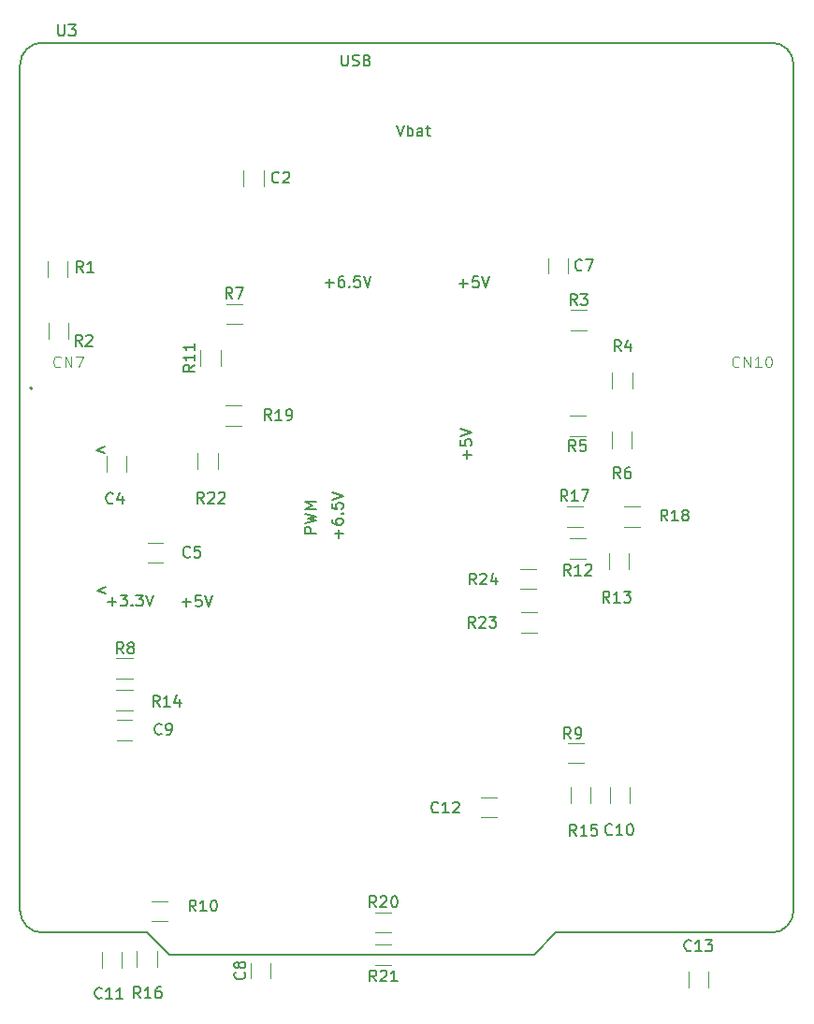
<source format=gbr>
%TF.GenerationSoftware,KiCad,Pcbnew,8.0.7-8.0.7-0~ubuntu22.04.1*%
%TF.CreationDate,2025-12-10T15:44:16+01:00*%
%TF.ProjectId,Electrobot-G474,456c6563-7472-46f6-926f-742d47343734,rev?*%
%TF.SameCoordinates,Original*%
%TF.FileFunction,Legend,Top*%
%TF.FilePolarity,Positive*%
%FSLAX46Y46*%
G04 Gerber Fmt 4.6, Leading zero omitted, Abs format (unit mm)*
G04 Created by KiCad (PCBNEW 8.0.7-8.0.7-0~ubuntu22.04.1) date 2025-12-10 15:44:16*
%MOMM*%
%LPD*%
G01*
G04 APERTURE LIST*
%ADD10C,0.150000*%
%ADD11C,0.100000*%
%ADD12C,0.120000*%
%ADD13C,0.127000*%
%ADD14C,0.200000*%
G04 APERTURE END LIST*
D10*
X120586779Y-44719819D02*
X120586779Y-45529342D01*
X120586779Y-45529342D02*
X120634398Y-45624580D01*
X120634398Y-45624580D02*
X120682017Y-45672200D01*
X120682017Y-45672200D02*
X120777255Y-45719819D01*
X120777255Y-45719819D02*
X120967731Y-45719819D01*
X120967731Y-45719819D02*
X121062969Y-45672200D01*
X121062969Y-45672200D02*
X121110588Y-45624580D01*
X121110588Y-45624580D02*
X121158207Y-45529342D01*
X121158207Y-45529342D02*
X121158207Y-44719819D01*
X121586779Y-45672200D02*
X121729636Y-45719819D01*
X121729636Y-45719819D02*
X121967731Y-45719819D01*
X121967731Y-45719819D02*
X122062969Y-45672200D01*
X122062969Y-45672200D02*
X122110588Y-45624580D01*
X122110588Y-45624580D02*
X122158207Y-45529342D01*
X122158207Y-45529342D02*
X122158207Y-45434104D01*
X122158207Y-45434104D02*
X122110588Y-45338866D01*
X122110588Y-45338866D02*
X122062969Y-45291247D01*
X122062969Y-45291247D02*
X121967731Y-45243628D01*
X121967731Y-45243628D02*
X121777255Y-45196009D01*
X121777255Y-45196009D02*
X121682017Y-45148390D01*
X121682017Y-45148390D02*
X121634398Y-45100771D01*
X121634398Y-45100771D02*
X121586779Y-45005533D01*
X121586779Y-45005533D02*
X121586779Y-44910295D01*
X121586779Y-44910295D02*
X121634398Y-44815057D01*
X121634398Y-44815057D02*
X121682017Y-44767438D01*
X121682017Y-44767438D02*
X121777255Y-44719819D01*
X121777255Y-44719819D02*
X122015350Y-44719819D01*
X122015350Y-44719819D02*
X122158207Y-44767438D01*
X122920112Y-45196009D02*
X123062969Y-45243628D01*
X123062969Y-45243628D02*
X123110588Y-45291247D01*
X123110588Y-45291247D02*
X123158207Y-45386485D01*
X123158207Y-45386485D02*
X123158207Y-45529342D01*
X123158207Y-45529342D02*
X123110588Y-45624580D01*
X123110588Y-45624580D02*
X123062969Y-45672200D01*
X123062969Y-45672200D02*
X122967731Y-45719819D01*
X122967731Y-45719819D02*
X122586779Y-45719819D01*
X122586779Y-45719819D02*
X122586779Y-44719819D01*
X122586779Y-44719819D02*
X122920112Y-44719819D01*
X122920112Y-44719819D02*
X123015350Y-44767438D01*
X123015350Y-44767438D02*
X123062969Y-44815057D01*
X123062969Y-44815057D02*
X123110588Y-44910295D01*
X123110588Y-44910295D02*
X123110588Y-45005533D01*
X123110588Y-45005533D02*
X123062969Y-45100771D01*
X123062969Y-45100771D02*
X123015350Y-45148390D01*
X123015350Y-45148390D02*
X122920112Y-45196009D01*
X122920112Y-45196009D02*
X122586779Y-45196009D01*
X125573922Y-51069819D02*
X125907255Y-52069819D01*
X125907255Y-52069819D02*
X126240588Y-51069819D01*
X126573922Y-52069819D02*
X126573922Y-51069819D01*
X126573922Y-51450771D02*
X126669160Y-51403152D01*
X126669160Y-51403152D02*
X126859636Y-51403152D01*
X126859636Y-51403152D02*
X126954874Y-51450771D01*
X126954874Y-51450771D02*
X127002493Y-51498390D01*
X127002493Y-51498390D02*
X127050112Y-51593628D01*
X127050112Y-51593628D02*
X127050112Y-51879342D01*
X127050112Y-51879342D02*
X127002493Y-51974580D01*
X127002493Y-51974580D02*
X126954874Y-52022200D01*
X126954874Y-52022200D02*
X126859636Y-52069819D01*
X126859636Y-52069819D02*
X126669160Y-52069819D01*
X126669160Y-52069819D02*
X126573922Y-52022200D01*
X127907255Y-52069819D02*
X127907255Y-51546009D01*
X127907255Y-51546009D02*
X127859636Y-51450771D01*
X127859636Y-51450771D02*
X127764398Y-51403152D01*
X127764398Y-51403152D02*
X127573922Y-51403152D01*
X127573922Y-51403152D02*
X127478684Y-51450771D01*
X127907255Y-52022200D02*
X127812017Y-52069819D01*
X127812017Y-52069819D02*
X127573922Y-52069819D01*
X127573922Y-52069819D02*
X127478684Y-52022200D01*
X127478684Y-52022200D02*
X127431065Y-51926961D01*
X127431065Y-51926961D02*
X127431065Y-51831723D01*
X127431065Y-51831723D02*
X127478684Y-51736485D01*
X127478684Y-51736485D02*
X127573922Y-51688866D01*
X127573922Y-51688866D02*
X127812017Y-51688866D01*
X127812017Y-51688866D02*
X127907255Y-51641247D01*
X128240589Y-51403152D02*
X128621541Y-51403152D01*
X128383446Y-51069819D02*
X128383446Y-51926961D01*
X128383446Y-51926961D02*
X128431065Y-52022200D01*
X128431065Y-52022200D02*
X128526303Y-52069819D01*
X128526303Y-52069819D02*
X128621541Y-52069819D01*
X119106779Y-65348866D02*
X119868684Y-65348866D01*
X119487731Y-65729819D02*
X119487731Y-64967914D01*
X120773445Y-64729819D02*
X120582969Y-64729819D01*
X120582969Y-64729819D02*
X120487731Y-64777438D01*
X120487731Y-64777438D02*
X120440112Y-64825057D01*
X120440112Y-64825057D02*
X120344874Y-64967914D01*
X120344874Y-64967914D02*
X120297255Y-65158390D01*
X120297255Y-65158390D02*
X120297255Y-65539342D01*
X120297255Y-65539342D02*
X120344874Y-65634580D01*
X120344874Y-65634580D02*
X120392493Y-65682200D01*
X120392493Y-65682200D02*
X120487731Y-65729819D01*
X120487731Y-65729819D02*
X120678207Y-65729819D01*
X120678207Y-65729819D02*
X120773445Y-65682200D01*
X120773445Y-65682200D02*
X120821064Y-65634580D01*
X120821064Y-65634580D02*
X120868683Y-65539342D01*
X120868683Y-65539342D02*
X120868683Y-65301247D01*
X120868683Y-65301247D02*
X120821064Y-65206009D01*
X120821064Y-65206009D02*
X120773445Y-65158390D01*
X120773445Y-65158390D02*
X120678207Y-65110771D01*
X120678207Y-65110771D02*
X120487731Y-65110771D01*
X120487731Y-65110771D02*
X120392493Y-65158390D01*
X120392493Y-65158390D02*
X120344874Y-65206009D01*
X120344874Y-65206009D02*
X120297255Y-65301247D01*
X121297255Y-65634580D02*
X121344874Y-65682200D01*
X121344874Y-65682200D02*
X121297255Y-65729819D01*
X121297255Y-65729819D02*
X121249636Y-65682200D01*
X121249636Y-65682200D02*
X121297255Y-65634580D01*
X121297255Y-65634580D02*
X121297255Y-65729819D01*
X122249635Y-64729819D02*
X121773445Y-64729819D01*
X121773445Y-64729819D02*
X121725826Y-65206009D01*
X121725826Y-65206009D02*
X121773445Y-65158390D01*
X121773445Y-65158390D02*
X121868683Y-65110771D01*
X121868683Y-65110771D02*
X122106778Y-65110771D01*
X122106778Y-65110771D02*
X122202016Y-65158390D01*
X122202016Y-65158390D02*
X122249635Y-65206009D01*
X122249635Y-65206009D02*
X122297254Y-65301247D01*
X122297254Y-65301247D02*
X122297254Y-65539342D01*
X122297254Y-65539342D02*
X122249635Y-65634580D01*
X122249635Y-65634580D02*
X122202016Y-65682200D01*
X122202016Y-65682200D02*
X122106778Y-65729819D01*
X122106778Y-65729819D02*
X121868683Y-65729819D01*
X121868683Y-65729819D02*
X121773445Y-65682200D01*
X121773445Y-65682200D02*
X121725826Y-65634580D01*
X122582969Y-64729819D02*
X122916302Y-65729819D01*
X122916302Y-65729819D02*
X123249635Y-64729819D01*
X131246779Y-65378866D02*
X132008684Y-65378866D01*
X131627731Y-65759819D02*
X131627731Y-64997914D01*
X132961064Y-64759819D02*
X132484874Y-64759819D01*
X132484874Y-64759819D02*
X132437255Y-65236009D01*
X132437255Y-65236009D02*
X132484874Y-65188390D01*
X132484874Y-65188390D02*
X132580112Y-65140771D01*
X132580112Y-65140771D02*
X132818207Y-65140771D01*
X132818207Y-65140771D02*
X132913445Y-65188390D01*
X132913445Y-65188390D02*
X132961064Y-65236009D01*
X132961064Y-65236009D02*
X133008683Y-65331247D01*
X133008683Y-65331247D02*
X133008683Y-65569342D01*
X133008683Y-65569342D02*
X132961064Y-65664580D01*
X132961064Y-65664580D02*
X132913445Y-65712200D01*
X132913445Y-65712200D02*
X132818207Y-65759819D01*
X132818207Y-65759819D02*
X132580112Y-65759819D01*
X132580112Y-65759819D02*
X132484874Y-65712200D01*
X132484874Y-65712200D02*
X132437255Y-65664580D01*
X133294398Y-64759819D02*
X133627731Y-65759819D01*
X133627731Y-65759819D02*
X133961064Y-64759819D01*
X131968866Y-81273220D02*
X131968866Y-80511316D01*
X132349819Y-80892268D02*
X131587914Y-80892268D01*
X131349819Y-79558935D02*
X131349819Y-80035125D01*
X131349819Y-80035125D02*
X131826009Y-80082744D01*
X131826009Y-80082744D02*
X131778390Y-80035125D01*
X131778390Y-80035125D02*
X131730771Y-79939887D01*
X131730771Y-79939887D02*
X131730771Y-79701792D01*
X131730771Y-79701792D02*
X131778390Y-79606554D01*
X131778390Y-79606554D02*
X131826009Y-79558935D01*
X131826009Y-79558935D02*
X131921247Y-79511316D01*
X131921247Y-79511316D02*
X132159342Y-79511316D01*
X132159342Y-79511316D02*
X132254580Y-79558935D01*
X132254580Y-79558935D02*
X132302200Y-79606554D01*
X132302200Y-79606554D02*
X132349819Y-79701792D01*
X132349819Y-79701792D02*
X132349819Y-79939887D01*
X132349819Y-79939887D02*
X132302200Y-80035125D01*
X132302200Y-80035125D02*
X132254580Y-80082744D01*
X131349819Y-79225601D02*
X132349819Y-78892268D01*
X132349819Y-78892268D02*
X131349819Y-78558935D01*
X99148684Y-80173152D02*
X98386779Y-80458866D01*
X98386779Y-80458866D02*
X99148684Y-80744580D01*
X99258684Y-92883152D02*
X98496779Y-93168866D01*
X98496779Y-93168866D02*
X99258684Y-93454580D01*
X106176779Y-94238866D02*
X106938684Y-94238866D01*
X106557731Y-94619819D02*
X106557731Y-93857914D01*
X107891064Y-93619819D02*
X107414874Y-93619819D01*
X107414874Y-93619819D02*
X107367255Y-94096009D01*
X107367255Y-94096009D02*
X107414874Y-94048390D01*
X107414874Y-94048390D02*
X107510112Y-94000771D01*
X107510112Y-94000771D02*
X107748207Y-94000771D01*
X107748207Y-94000771D02*
X107843445Y-94048390D01*
X107843445Y-94048390D02*
X107891064Y-94096009D01*
X107891064Y-94096009D02*
X107938683Y-94191247D01*
X107938683Y-94191247D02*
X107938683Y-94429342D01*
X107938683Y-94429342D02*
X107891064Y-94524580D01*
X107891064Y-94524580D02*
X107843445Y-94572200D01*
X107843445Y-94572200D02*
X107748207Y-94619819D01*
X107748207Y-94619819D02*
X107510112Y-94619819D01*
X107510112Y-94619819D02*
X107414874Y-94572200D01*
X107414874Y-94572200D02*
X107367255Y-94524580D01*
X108224398Y-93619819D02*
X108557731Y-94619819D01*
X108557731Y-94619819D02*
X108891064Y-93619819D01*
X99426779Y-94188866D02*
X100188684Y-94188866D01*
X99807731Y-94569819D02*
X99807731Y-93807914D01*
X100569636Y-93569819D02*
X101188683Y-93569819D01*
X101188683Y-93569819D02*
X100855350Y-93950771D01*
X100855350Y-93950771D02*
X100998207Y-93950771D01*
X100998207Y-93950771D02*
X101093445Y-93998390D01*
X101093445Y-93998390D02*
X101141064Y-94046009D01*
X101141064Y-94046009D02*
X101188683Y-94141247D01*
X101188683Y-94141247D02*
X101188683Y-94379342D01*
X101188683Y-94379342D02*
X101141064Y-94474580D01*
X101141064Y-94474580D02*
X101093445Y-94522200D01*
X101093445Y-94522200D02*
X100998207Y-94569819D01*
X100998207Y-94569819D02*
X100712493Y-94569819D01*
X100712493Y-94569819D02*
X100617255Y-94522200D01*
X100617255Y-94522200D02*
X100569636Y-94474580D01*
X101617255Y-94474580D02*
X101664874Y-94522200D01*
X101664874Y-94522200D02*
X101617255Y-94569819D01*
X101617255Y-94569819D02*
X101569636Y-94522200D01*
X101569636Y-94522200D02*
X101617255Y-94474580D01*
X101617255Y-94474580D02*
X101617255Y-94569819D01*
X101998207Y-93569819D02*
X102617254Y-93569819D01*
X102617254Y-93569819D02*
X102283921Y-93950771D01*
X102283921Y-93950771D02*
X102426778Y-93950771D01*
X102426778Y-93950771D02*
X102522016Y-93998390D01*
X102522016Y-93998390D02*
X102569635Y-94046009D01*
X102569635Y-94046009D02*
X102617254Y-94141247D01*
X102617254Y-94141247D02*
X102617254Y-94379342D01*
X102617254Y-94379342D02*
X102569635Y-94474580D01*
X102569635Y-94474580D02*
X102522016Y-94522200D01*
X102522016Y-94522200D02*
X102426778Y-94569819D01*
X102426778Y-94569819D02*
X102141064Y-94569819D01*
X102141064Y-94569819D02*
X102045826Y-94522200D01*
X102045826Y-94522200D02*
X101998207Y-94474580D01*
X102902969Y-93569819D02*
X103236302Y-94569819D01*
X103236302Y-94569819D02*
X103569635Y-93569819D01*
X118259819Y-87993220D02*
X117259819Y-87993220D01*
X117259819Y-87993220D02*
X117259819Y-87612268D01*
X117259819Y-87612268D02*
X117307438Y-87517030D01*
X117307438Y-87517030D02*
X117355057Y-87469411D01*
X117355057Y-87469411D02*
X117450295Y-87421792D01*
X117450295Y-87421792D02*
X117593152Y-87421792D01*
X117593152Y-87421792D02*
X117688390Y-87469411D01*
X117688390Y-87469411D02*
X117736009Y-87517030D01*
X117736009Y-87517030D02*
X117783628Y-87612268D01*
X117783628Y-87612268D02*
X117783628Y-87993220D01*
X117259819Y-87088458D02*
X118259819Y-86850363D01*
X118259819Y-86850363D02*
X117545533Y-86659887D01*
X117545533Y-86659887D02*
X118259819Y-86469411D01*
X118259819Y-86469411D02*
X117259819Y-86231316D01*
X118259819Y-85850363D02*
X117259819Y-85850363D01*
X117259819Y-85850363D02*
X117974104Y-85517030D01*
X117974104Y-85517030D02*
X117259819Y-85183697D01*
X117259819Y-85183697D02*
X118259819Y-85183697D01*
X120338866Y-88413220D02*
X120338866Y-87651316D01*
X120719819Y-88032268D02*
X119957914Y-88032268D01*
X119719819Y-86746554D02*
X119719819Y-86937030D01*
X119719819Y-86937030D02*
X119767438Y-87032268D01*
X119767438Y-87032268D02*
X119815057Y-87079887D01*
X119815057Y-87079887D02*
X119957914Y-87175125D01*
X119957914Y-87175125D02*
X120148390Y-87222744D01*
X120148390Y-87222744D02*
X120529342Y-87222744D01*
X120529342Y-87222744D02*
X120624580Y-87175125D01*
X120624580Y-87175125D02*
X120672200Y-87127506D01*
X120672200Y-87127506D02*
X120719819Y-87032268D01*
X120719819Y-87032268D02*
X120719819Y-86841792D01*
X120719819Y-86841792D02*
X120672200Y-86746554D01*
X120672200Y-86746554D02*
X120624580Y-86698935D01*
X120624580Y-86698935D02*
X120529342Y-86651316D01*
X120529342Y-86651316D02*
X120291247Y-86651316D01*
X120291247Y-86651316D02*
X120196009Y-86698935D01*
X120196009Y-86698935D02*
X120148390Y-86746554D01*
X120148390Y-86746554D02*
X120100771Y-86841792D01*
X120100771Y-86841792D02*
X120100771Y-87032268D01*
X120100771Y-87032268D02*
X120148390Y-87127506D01*
X120148390Y-87127506D02*
X120196009Y-87175125D01*
X120196009Y-87175125D02*
X120291247Y-87222744D01*
X120624580Y-86222744D02*
X120672200Y-86175125D01*
X120672200Y-86175125D02*
X120719819Y-86222744D01*
X120719819Y-86222744D02*
X120672200Y-86270363D01*
X120672200Y-86270363D02*
X120624580Y-86222744D01*
X120624580Y-86222744D02*
X120719819Y-86222744D01*
X119719819Y-85270364D02*
X119719819Y-85746554D01*
X119719819Y-85746554D02*
X120196009Y-85794173D01*
X120196009Y-85794173D02*
X120148390Y-85746554D01*
X120148390Y-85746554D02*
X120100771Y-85651316D01*
X120100771Y-85651316D02*
X120100771Y-85413221D01*
X120100771Y-85413221D02*
X120148390Y-85317983D01*
X120148390Y-85317983D02*
X120196009Y-85270364D01*
X120196009Y-85270364D02*
X120291247Y-85222745D01*
X120291247Y-85222745D02*
X120529342Y-85222745D01*
X120529342Y-85222745D02*
X120624580Y-85270364D01*
X120624580Y-85270364D02*
X120672200Y-85317983D01*
X120672200Y-85317983D02*
X120719819Y-85413221D01*
X120719819Y-85413221D02*
X120719819Y-85651316D01*
X120719819Y-85651316D02*
X120672200Y-85746554D01*
X120672200Y-85746554D02*
X120624580Y-85794173D01*
X119719819Y-84937030D02*
X120719819Y-84603697D01*
X120719819Y-84603697D02*
X119719819Y-84270364D01*
X141333333Y-106574819D02*
X141000000Y-106098628D01*
X140761905Y-106574819D02*
X140761905Y-105574819D01*
X140761905Y-105574819D02*
X141142857Y-105574819D01*
X141142857Y-105574819D02*
X141238095Y-105622438D01*
X141238095Y-105622438D02*
X141285714Y-105670057D01*
X141285714Y-105670057D02*
X141333333Y-105765295D01*
X141333333Y-105765295D02*
X141333333Y-105908152D01*
X141333333Y-105908152D02*
X141285714Y-106003390D01*
X141285714Y-106003390D02*
X141238095Y-106051009D01*
X141238095Y-106051009D02*
X141142857Y-106098628D01*
X141142857Y-106098628D02*
X140761905Y-106098628D01*
X141809524Y-106574819D02*
X142000000Y-106574819D01*
X142000000Y-106574819D02*
X142095238Y-106527200D01*
X142095238Y-106527200D02*
X142142857Y-106479580D01*
X142142857Y-106479580D02*
X142238095Y-106336723D01*
X142238095Y-106336723D02*
X142285714Y-106146247D01*
X142285714Y-106146247D02*
X142285714Y-105765295D01*
X142285714Y-105765295D02*
X142238095Y-105670057D01*
X142238095Y-105670057D02*
X142190476Y-105622438D01*
X142190476Y-105622438D02*
X142095238Y-105574819D01*
X142095238Y-105574819D02*
X141904762Y-105574819D01*
X141904762Y-105574819D02*
X141809524Y-105622438D01*
X141809524Y-105622438D02*
X141761905Y-105670057D01*
X141761905Y-105670057D02*
X141714286Y-105765295D01*
X141714286Y-105765295D02*
X141714286Y-106003390D01*
X141714286Y-106003390D02*
X141761905Y-106098628D01*
X141761905Y-106098628D02*
X141809524Y-106146247D01*
X141809524Y-106146247D02*
X141904762Y-106193866D01*
X141904762Y-106193866D02*
X142095238Y-106193866D01*
X142095238Y-106193866D02*
X142190476Y-106146247D01*
X142190476Y-106146247D02*
X142238095Y-106098628D01*
X142238095Y-106098628D02*
X142285714Y-106003390D01*
X104122142Y-103664819D02*
X103788809Y-103188628D01*
X103550714Y-103664819D02*
X103550714Y-102664819D01*
X103550714Y-102664819D02*
X103931666Y-102664819D01*
X103931666Y-102664819D02*
X104026904Y-102712438D01*
X104026904Y-102712438D02*
X104074523Y-102760057D01*
X104074523Y-102760057D02*
X104122142Y-102855295D01*
X104122142Y-102855295D02*
X104122142Y-102998152D01*
X104122142Y-102998152D02*
X104074523Y-103093390D01*
X104074523Y-103093390D02*
X104026904Y-103141009D01*
X104026904Y-103141009D02*
X103931666Y-103188628D01*
X103931666Y-103188628D02*
X103550714Y-103188628D01*
X105074523Y-103664819D02*
X104503095Y-103664819D01*
X104788809Y-103664819D02*
X104788809Y-102664819D01*
X104788809Y-102664819D02*
X104693571Y-102807676D01*
X104693571Y-102807676D02*
X104598333Y-102902914D01*
X104598333Y-102902914D02*
X104503095Y-102950533D01*
X105931666Y-102998152D02*
X105931666Y-103664819D01*
X105693571Y-102617200D02*
X105455476Y-103331485D01*
X105455476Y-103331485D02*
X106074523Y-103331485D01*
X107284819Y-72772857D02*
X106808628Y-73106190D01*
X107284819Y-73344285D02*
X106284819Y-73344285D01*
X106284819Y-73344285D02*
X106284819Y-72963333D01*
X106284819Y-72963333D02*
X106332438Y-72868095D01*
X106332438Y-72868095D02*
X106380057Y-72820476D01*
X106380057Y-72820476D02*
X106475295Y-72772857D01*
X106475295Y-72772857D02*
X106618152Y-72772857D01*
X106618152Y-72772857D02*
X106713390Y-72820476D01*
X106713390Y-72820476D02*
X106761009Y-72868095D01*
X106761009Y-72868095D02*
X106808628Y-72963333D01*
X106808628Y-72963333D02*
X106808628Y-73344285D01*
X107284819Y-71820476D02*
X107284819Y-72391904D01*
X107284819Y-72106190D02*
X106284819Y-72106190D01*
X106284819Y-72106190D02*
X106427676Y-72201428D01*
X106427676Y-72201428D02*
X106522914Y-72296666D01*
X106522914Y-72296666D02*
X106570533Y-72391904D01*
X107284819Y-70868095D02*
X107284819Y-71439523D01*
X107284819Y-71153809D02*
X106284819Y-71153809D01*
X106284819Y-71153809D02*
X106427676Y-71249047D01*
X106427676Y-71249047D02*
X106522914Y-71344285D01*
X106522914Y-71344285D02*
X106570533Y-71439523D01*
X132757142Y-92634819D02*
X132423809Y-92158628D01*
X132185714Y-92634819D02*
X132185714Y-91634819D01*
X132185714Y-91634819D02*
X132566666Y-91634819D01*
X132566666Y-91634819D02*
X132661904Y-91682438D01*
X132661904Y-91682438D02*
X132709523Y-91730057D01*
X132709523Y-91730057D02*
X132757142Y-91825295D01*
X132757142Y-91825295D02*
X132757142Y-91968152D01*
X132757142Y-91968152D02*
X132709523Y-92063390D01*
X132709523Y-92063390D02*
X132661904Y-92111009D01*
X132661904Y-92111009D02*
X132566666Y-92158628D01*
X132566666Y-92158628D02*
X132185714Y-92158628D01*
X133138095Y-91730057D02*
X133185714Y-91682438D01*
X133185714Y-91682438D02*
X133280952Y-91634819D01*
X133280952Y-91634819D02*
X133519047Y-91634819D01*
X133519047Y-91634819D02*
X133614285Y-91682438D01*
X133614285Y-91682438D02*
X133661904Y-91730057D01*
X133661904Y-91730057D02*
X133709523Y-91825295D01*
X133709523Y-91825295D02*
X133709523Y-91920533D01*
X133709523Y-91920533D02*
X133661904Y-92063390D01*
X133661904Y-92063390D02*
X133090476Y-92634819D01*
X133090476Y-92634819D02*
X133709523Y-92634819D01*
X134566666Y-91968152D02*
X134566666Y-92634819D01*
X134328571Y-91587200D02*
X134090476Y-92301485D01*
X134090476Y-92301485D02*
X134709523Y-92301485D01*
X107407142Y-122174819D02*
X107073809Y-121698628D01*
X106835714Y-122174819D02*
X106835714Y-121174819D01*
X106835714Y-121174819D02*
X107216666Y-121174819D01*
X107216666Y-121174819D02*
X107311904Y-121222438D01*
X107311904Y-121222438D02*
X107359523Y-121270057D01*
X107359523Y-121270057D02*
X107407142Y-121365295D01*
X107407142Y-121365295D02*
X107407142Y-121508152D01*
X107407142Y-121508152D02*
X107359523Y-121603390D01*
X107359523Y-121603390D02*
X107311904Y-121651009D01*
X107311904Y-121651009D02*
X107216666Y-121698628D01*
X107216666Y-121698628D02*
X106835714Y-121698628D01*
X108359523Y-122174819D02*
X107788095Y-122174819D01*
X108073809Y-122174819D02*
X108073809Y-121174819D01*
X108073809Y-121174819D02*
X107978571Y-121317676D01*
X107978571Y-121317676D02*
X107883333Y-121412914D01*
X107883333Y-121412914D02*
X107788095Y-121460533D01*
X108978571Y-121174819D02*
X109073809Y-121174819D01*
X109073809Y-121174819D02*
X109169047Y-121222438D01*
X109169047Y-121222438D02*
X109216666Y-121270057D01*
X109216666Y-121270057D02*
X109264285Y-121365295D01*
X109264285Y-121365295D02*
X109311904Y-121555771D01*
X109311904Y-121555771D02*
X109311904Y-121793866D01*
X109311904Y-121793866D02*
X109264285Y-121984342D01*
X109264285Y-121984342D02*
X109216666Y-122079580D01*
X109216666Y-122079580D02*
X109169047Y-122127200D01*
X109169047Y-122127200D02*
X109073809Y-122174819D01*
X109073809Y-122174819D02*
X108978571Y-122174819D01*
X108978571Y-122174819D02*
X108883333Y-122127200D01*
X108883333Y-122127200D02*
X108835714Y-122079580D01*
X108835714Y-122079580D02*
X108788095Y-121984342D01*
X108788095Y-121984342D02*
X108740476Y-121793866D01*
X108740476Y-121793866D02*
X108740476Y-121555771D01*
X108740476Y-121555771D02*
X108788095Y-121365295D01*
X108788095Y-121365295D02*
X108835714Y-121270057D01*
X108835714Y-121270057D02*
X108883333Y-121222438D01*
X108883333Y-121222438D02*
X108978571Y-121174819D01*
X129347142Y-113189580D02*
X129299523Y-113237200D01*
X129299523Y-113237200D02*
X129156666Y-113284819D01*
X129156666Y-113284819D02*
X129061428Y-113284819D01*
X129061428Y-113284819D02*
X128918571Y-113237200D01*
X128918571Y-113237200D02*
X128823333Y-113141961D01*
X128823333Y-113141961D02*
X128775714Y-113046723D01*
X128775714Y-113046723D02*
X128728095Y-112856247D01*
X128728095Y-112856247D02*
X128728095Y-112713390D01*
X128728095Y-112713390D02*
X128775714Y-112522914D01*
X128775714Y-112522914D02*
X128823333Y-112427676D01*
X128823333Y-112427676D02*
X128918571Y-112332438D01*
X128918571Y-112332438D02*
X129061428Y-112284819D01*
X129061428Y-112284819D02*
X129156666Y-112284819D01*
X129156666Y-112284819D02*
X129299523Y-112332438D01*
X129299523Y-112332438D02*
X129347142Y-112380057D01*
X130299523Y-113284819D02*
X129728095Y-113284819D01*
X130013809Y-113284819D02*
X130013809Y-112284819D01*
X130013809Y-112284819D02*
X129918571Y-112427676D01*
X129918571Y-112427676D02*
X129823333Y-112522914D01*
X129823333Y-112522914D02*
X129728095Y-112570533D01*
X130680476Y-112380057D02*
X130728095Y-112332438D01*
X130728095Y-112332438D02*
X130823333Y-112284819D01*
X130823333Y-112284819D02*
X131061428Y-112284819D01*
X131061428Y-112284819D02*
X131156666Y-112332438D01*
X131156666Y-112332438D02*
X131204285Y-112380057D01*
X131204285Y-112380057D02*
X131251904Y-112475295D01*
X131251904Y-112475295D02*
X131251904Y-112570533D01*
X131251904Y-112570533D02*
X131204285Y-112713390D01*
X131204285Y-112713390D02*
X130632857Y-113284819D01*
X130632857Y-113284819D02*
X131251904Y-113284819D01*
X132677142Y-96534819D02*
X132343809Y-96058628D01*
X132105714Y-96534819D02*
X132105714Y-95534819D01*
X132105714Y-95534819D02*
X132486666Y-95534819D01*
X132486666Y-95534819D02*
X132581904Y-95582438D01*
X132581904Y-95582438D02*
X132629523Y-95630057D01*
X132629523Y-95630057D02*
X132677142Y-95725295D01*
X132677142Y-95725295D02*
X132677142Y-95868152D01*
X132677142Y-95868152D02*
X132629523Y-95963390D01*
X132629523Y-95963390D02*
X132581904Y-96011009D01*
X132581904Y-96011009D02*
X132486666Y-96058628D01*
X132486666Y-96058628D02*
X132105714Y-96058628D01*
X133058095Y-95630057D02*
X133105714Y-95582438D01*
X133105714Y-95582438D02*
X133200952Y-95534819D01*
X133200952Y-95534819D02*
X133439047Y-95534819D01*
X133439047Y-95534819D02*
X133534285Y-95582438D01*
X133534285Y-95582438D02*
X133581904Y-95630057D01*
X133581904Y-95630057D02*
X133629523Y-95725295D01*
X133629523Y-95725295D02*
X133629523Y-95820533D01*
X133629523Y-95820533D02*
X133581904Y-95963390D01*
X133581904Y-95963390D02*
X133010476Y-96534819D01*
X133010476Y-96534819D02*
X133629523Y-96534819D01*
X133962857Y-95534819D02*
X134581904Y-95534819D01*
X134581904Y-95534819D02*
X134248571Y-95915771D01*
X134248571Y-95915771D02*
X134391428Y-95915771D01*
X134391428Y-95915771D02*
X134486666Y-95963390D01*
X134486666Y-95963390D02*
X134534285Y-96011009D01*
X134534285Y-96011009D02*
X134581904Y-96106247D01*
X134581904Y-96106247D02*
X134581904Y-96344342D01*
X134581904Y-96344342D02*
X134534285Y-96439580D01*
X134534285Y-96439580D02*
X134486666Y-96487200D01*
X134486666Y-96487200D02*
X134391428Y-96534819D01*
X134391428Y-96534819D02*
X134105714Y-96534819D01*
X134105714Y-96534819D02*
X134010476Y-96487200D01*
X134010476Y-96487200D02*
X133962857Y-96439580D01*
X97193333Y-64384819D02*
X96860000Y-63908628D01*
X96621905Y-64384819D02*
X96621905Y-63384819D01*
X96621905Y-63384819D02*
X97002857Y-63384819D01*
X97002857Y-63384819D02*
X97098095Y-63432438D01*
X97098095Y-63432438D02*
X97145714Y-63480057D01*
X97145714Y-63480057D02*
X97193333Y-63575295D01*
X97193333Y-63575295D02*
X97193333Y-63718152D01*
X97193333Y-63718152D02*
X97145714Y-63813390D01*
X97145714Y-63813390D02*
X97098095Y-63861009D01*
X97098095Y-63861009D02*
X97002857Y-63908628D01*
X97002857Y-63908628D02*
X96621905Y-63908628D01*
X98145714Y-64384819D02*
X97574286Y-64384819D01*
X97860000Y-64384819D02*
X97860000Y-63384819D01*
X97860000Y-63384819D02*
X97764762Y-63527676D01*
X97764762Y-63527676D02*
X97669524Y-63622914D01*
X97669524Y-63622914D02*
X97574286Y-63670533D01*
X150077142Y-86874819D02*
X149743809Y-86398628D01*
X149505714Y-86874819D02*
X149505714Y-85874819D01*
X149505714Y-85874819D02*
X149886666Y-85874819D01*
X149886666Y-85874819D02*
X149981904Y-85922438D01*
X149981904Y-85922438D02*
X150029523Y-85970057D01*
X150029523Y-85970057D02*
X150077142Y-86065295D01*
X150077142Y-86065295D02*
X150077142Y-86208152D01*
X150077142Y-86208152D02*
X150029523Y-86303390D01*
X150029523Y-86303390D02*
X149981904Y-86351009D01*
X149981904Y-86351009D02*
X149886666Y-86398628D01*
X149886666Y-86398628D02*
X149505714Y-86398628D01*
X151029523Y-86874819D02*
X150458095Y-86874819D01*
X150743809Y-86874819D02*
X150743809Y-85874819D01*
X150743809Y-85874819D02*
X150648571Y-86017676D01*
X150648571Y-86017676D02*
X150553333Y-86112914D01*
X150553333Y-86112914D02*
X150458095Y-86160533D01*
X151600952Y-86303390D02*
X151505714Y-86255771D01*
X151505714Y-86255771D02*
X151458095Y-86208152D01*
X151458095Y-86208152D02*
X151410476Y-86112914D01*
X151410476Y-86112914D02*
X151410476Y-86065295D01*
X151410476Y-86065295D02*
X151458095Y-85970057D01*
X151458095Y-85970057D02*
X151505714Y-85922438D01*
X151505714Y-85922438D02*
X151600952Y-85874819D01*
X151600952Y-85874819D02*
X151791428Y-85874819D01*
X151791428Y-85874819D02*
X151886666Y-85922438D01*
X151886666Y-85922438D02*
X151934285Y-85970057D01*
X151934285Y-85970057D02*
X151981904Y-86065295D01*
X151981904Y-86065295D02*
X151981904Y-86112914D01*
X151981904Y-86112914D02*
X151934285Y-86208152D01*
X151934285Y-86208152D02*
X151886666Y-86255771D01*
X151886666Y-86255771D02*
X151791428Y-86303390D01*
X151791428Y-86303390D02*
X151600952Y-86303390D01*
X151600952Y-86303390D02*
X151505714Y-86351009D01*
X151505714Y-86351009D02*
X151458095Y-86398628D01*
X151458095Y-86398628D02*
X151410476Y-86493866D01*
X151410476Y-86493866D02*
X151410476Y-86684342D01*
X151410476Y-86684342D02*
X151458095Y-86779580D01*
X151458095Y-86779580D02*
X151505714Y-86827200D01*
X151505714Y-86827200D02*
X151600952Y-86874819D01*
X151600952Y-86874819D02*
X151791428Y-86874819D01*
X151791428Y-86874819D02*
X151886666Y-86827200D01*
X151886666Y-86827200D02*
X151934285Y-86779580D01*
X151934285Y-86779580D02*
X151981904Y-86684342D01*
X151981904Y-86684342D02*
X151981904Y-86493866D01*
X151981904Y-86493866D02*
X151934285Y-86398628D01*
X151934285Y-86398628D02*
X151886666Y-86351009D01*
X151886666Y-86351009D02*
X151791428Y-86303390D01*
X145067142Y-115199580D02*
X145019523Y-115247200D01*
X145019523Y-115247200D02*
X144876666Y-115294819D01*
X144876666Y-115294819D02*
X144781428Y-115294819D01*
X144781428Y-115294819D02*
X144638571Y-115247200D01*
X144638571Y-115247200D02*
X144543333Y-115151961D01*
X144543333Y-115151961D02*
X144495714Y-115056723D01*
X144495714Y-115056723D02*
X144448095Y-114866247D01*
X144448095Y-114866247D02*
X144448095Y-114723390D01*
X144448095Y-114723390D02*
X144495714Y-114532914D01*
X144495714Y-114532914D02*
X144543333Y-114437676D01*
X144543333Y-114437676D02*
X144638571Y-114342438D01*
X144638571Y-114342438D02*
X144781428Y-114294819D01*
X144781428Y-114294819D02*
X144876666Y-114294819D01*
X144876666Y-114294819D02*
X145019523Y-114342438D01*
X145019523Y-114342438D02*
X145067142Y-114390057D01*
X146019523Y-115294819D02*
X145448095Y-115294819D01*
X145733809Y-115294819D02*
X145733809Y-114294819D01*
X145733809Y-114294819D02*
X145638571Y-114437676D01*
X145638571Y-114437676D02*
X145543333Y-114532914D01*
X145543333Y-114532914D02*
X145448095Y-114580533D01*
X146638571Y-114294819D02*
X146733809Y-114294819D01*
X146733809Y-114294819D02*
X146829047Y-114342438D01*
X146829047Y-114342438D02*
X146876666Y-114390057D01*
X146876666Y-114390057D02*
X146924285Y-114485295D01*
X146924285Y-114485295D02*
X146971904Y-114675771D01*
X146971904Y-114675771D02*
X146971904Y-114913866D01*
X146971904Y-114913866D02*
X146924285Y-115104342D01*
X146924285Y-115104342D02*
X146876666Y-115199580D01*
X146876666Y-115199580D02*
X146829047Y-115247200D01*
X146829047Y-115247200D02*
X146733809Y-115294819D01*
X146733809Y-115294819D02*
X146638571Y-115294819D01*
X146638571Y-115294819D02*
X146543333Y-115247200D01*
X146543333Y-115247200D02*
X146495714Y-115199580D01*
X146495714Y-115199580D02*
X146448095Y-115104342D01*
X146448095Y-115104342D02*
X146400476Y-114913866D01*
X146400476Y-114913866D02*
X146400476Y-114675771D01*
X146400476Y-114675771D02*
X146448095Y-114485295D01*
X146448095Y-114485295D02*
X146495714Y-114390057D01*
X146495714Y-114390057D02*
X146543333Y-114342438D01*
X146543333Y-114342438D02*
X146638571Y-114294819D01*
X104298333Y-106119580D02*
X104250714Y-106167200D01*
X104250714Y-106167200D02*
X104107857Y-106214819D01*
X104107857Y-106214819D02*
X104012619Y-106214819D01*
X104012619Y-106214819D02*
X103869762Y-106167200D01*
X103869762Y-106167200D02*
X103774524Y-106071961D01*
X103774524Y-106071961D02*
X103726905Y-105976723D01*
X103726905Y-105976723D02*
X103679286Y-105786247D01*
X103679286Y-105786247D02*
X103679286Y-105643390D01*
X103679286Y-105643390D02*
X103726905Y-105452914D01*
X103726905Y-105452914D02*
X103774524Y-105357676D01*
X103774524Y-105357676D02*
X103869762Y-105262438D01*
X103869762Y-105262438D02*
X104012619Y-105214819D01*
X104012619Y-105214819D02*
X104107857Y-105214819D01*
X104107857Y-105214819D02*
X104250714Y-105262438D01*
X104250714Y-105262438D02*
X104298333Y-105310057D01*
X104774524Y-106214819D02*
X104965000Y-106214819D01*
X104965000Y-106214819D02*
X105060238Y-106167200D01*
X105060238Y-106167200D02*
X105107857Y-106119580D01*
X105107857Y-106119580D02*
X105203095Y-105976723D01*
X105203095Y-105976723D02*
X105250714Y-105786247D01*
X105250714Y-105786247D02*
X105250714Y-105405295D01*
X105250714Y-105405295D02*
X105203095Y-105310057D01*
X105203095Y-105310057D02*
X105155476Y-105262438D01*
X105155476Y-105262438D02*
X105060238Y-105214819D01*
X105060238Y-105214819D02*
X104869762Y-105214819D01*
X104869762Y-105214819D02*
X104774524Y-105262438D01*
X104774524Y-105262438D02*
X104726905Y-105310057D01*
X104726905Y-105310057D02*
X104679286Y-105405295D01*
X104679286Y-105405295D02*
X104679286Y-105643390D01*
X104679286Y-105643390D02*
X104726905Y-105738628D01*
X104726905Y-105738628D02*
X104774524Y-105786247D01*
X104774524Y-105786247D02*
X104869762Y-105833866D01*
X104869762Y-105833866D02*
X105060238Y-105833866D01*
X105060238Y-105833866D02*
X105155476Y-105786247D01*
X105155476Y-105786247D02*
X105203095Y-105738628D01*
X105203095Y-105738628D02*
X105250714Y-105643390D01*
X141837142Y-115344819D02*
X141503809Y-114868628D01*
X141265714Y-115344819D02*
X141265714Y-114344819D01*
X141265714Y-114344819D02*
X141646666Y-114344819D01*
X141646666Y-114344819D02*
X141741904Y-114392438D01*
X141741904Y-114392438D02*
X141789523Y-114440057D01*
X141789523Y-114440057D02*
X141837142Y-114535295D01*
X141837142Y-114535295D02*
X141837142Y-114678152D01*
X141837142Y-114678152D02*
X141789523Y-114773390D01*
X141789523Y-114773390D02*
X141741904Y-114821009D01*
X141741904Y-114821009D02*
X141646666Y-114868628D01*
X141646666Y-114868628D02*
X141265714Y-114868628D01*
X142789523Y-115344819D02*
X142218095Y-115344819D01*
X142503809Y-115344819D02*
X142503809Y-114344819D01*
X142503809Y-114344819D02*
X142408571Y-114487676D01*
X142408571Y-114487676D02*
X142313333Y-114582914D01*
X142313333Y-114582914D02*
X142218095Y-114630533D01*
X143694285Y-114344819D02*
X143218095Y-114344819D01*
X143218095Y-114344819D02*
X143170476Y-114821009D01*
X143170476Y-114821009D02*
X143218095Y-114773390D01*
X143218095Y-114773390D02*
X143313333Y-114725771D01*
X143313333Y-114725771D02*
X143551428Y-114725771D01*
X143551428Y-114725771D02*
X143646666Y-114773390D01*
X143646666Y-114773390D02*
X143694285Y-114821009D01*
X143694285Y-114821009D02*
X143741904Y-114916247D01*
X143741904Y-114916247D02*
X143741904Y-115154342D01*
X143741904Y-115154342D02*
X143694285Y-115249580D01*
X143694285Y-115249580D02*
X143646666Y-115297200D01*
X143646666Y-115297200D02*
X143551428Y-115344819D01*
X143551428Y-115344819D02*
X143313333Y-115344819D01*
X143313333Y-115344819D02*
X143218095Y-115297200D01*
X143218095Y-115297200D02*
X143170476Y-115249580D01*
X100848333Y-98874819D02*
X100515000Y-98398628D01*
X100276905Y-98874819D02*
X100276905Y-97874819D01*
X100276905Y-97874819D02*
X100657857Y-97874819D01*
X100657857Y-97874819D02*
X100753095Y-97922438D01*
X100753095Y-97922438D02*
X100800714Y-97970057D01*
X100800714Y-97970057D02*
X100848333Y-98065295D01*
X100848333Y-98065295D02*
X100848333Y-98208152D01*
X100848333Y-98208152D02*
X100800714Y-98303390D01*
X100800714Y-98303390D02*
X100753095Y-98351009D01*
X100753095Y-98351009D02*
X100657857Y-98398628D01*
X100657857Y-98398628D02*
X100276905Y-98398628D01*
X101419762Y-98303390D02*
X101324524Y-98255771D01*
X101324524Y-98255771D02*
X101276905Y-98208152D01*
X101276905Y-98208152D02*
X101229286Y-98112914D01*
X101229286Y-98112914D02*
X101229286Y-98065295D01*
X101229286Y-98065295D02*
X101276905Y-97970057D01*
X101276905Y-97970057D02*
X101324524Y-97922438D01*
X101324524Y-97922438D02*
X101419762Y-97874819D01*
X101419762Y-97874819D02*
X101610238Y-97874819D01*
X101610238Y-97874819D02*
X101705476Y-97922438D01*
X101705476Y-97922438D02*
X101753095Y-97970057D01*
X101753095Y-97970057D02*
X101800714Y-98065295D01*
X101800714Y-98065295D02*
X101800714Y-98112914D01*
X101800714Y-98112914D02*
X101753095Y-98208152D01*
X101753095Y-98208152D02*
X101705476Y-98255771D01*
X101705476Y-98255771D02*
X101610238Y-98303390D01*
X101610238Y-98303390D02*
X101419762Y-98303390D01*
X101419762Y-98303390D02*
X101324524Y-98351009D01*
X101324524Y-98351009D02*
X101276905Y-98398628D01*
X101276905Y-98398628D02*
X101229286Y-98493866D01*
X101229286Y-98493866D02*
X101229286Y-98684342D01*
X101229286Y-98684342D02*
X101276905Y-98779580D01*
X101276905Y-98779580D02*
X101324524Y-98827200D01*
X101324524Y-98827200D02*
X101419762Y-98874819D01*
X101419762Y-98874819D02*
X101610238Y-98874819D01*
X101610238Y-98874819D02*
X101705476Y-98827200D01*
X101705476Y-98827200D02*
X101753095Y-98779580D01*
X101753095Y-98779580D02*
X101800714Y-98684342D01*
X101800714Y-98684342D02*
X101800714Y-98493866D01*
X101800714Y-98493866D02*
X101753095Y-98398628D01*
X101753095Y-98398628D02*
X101705476Y-98351009D01*
X101705476Y-98351009D02*
X101610238Y-98303390D01*
X114913333Y-56209580D02*
X114865714Y-56257200D01*
X114865714Y-56257200D02*
X114722857Y-56304819D01*
X114722857Y-56304819D02*
X114627619Y-56304819D01*
X114627619Y-56304819D02*
X114484762Y-56257200D01*
X114484762Y-56257200D02*
X114389524Y-56161961D01*
X114389524Y-56161961D02*
X114341905Y-56066723D01*
X114341905Y-56066723D02*
X114294286Y-55876247D01*
X114294286Y-55876247D02*
X114294286Y-55733390D01*
X114294286Y-55733390D02*
X114341905Y-55542914D01*
X114341905Y-55542914D02*
X114389524Y-55447676D01*
X114389524Y-55447676D02*
X114484762Y-55352438D01*
X114484762Y-55352438D02*
X114627619Y-55304819D01*
X114627619Y-55304819D02*
X114722857Y-55304819D01*
X114722857Y-55304819D02*
X114865714Y-55352438D01*
X114865714Y-55352438D02*
X114913333Y-55400057D01*
X115294286Y-55400057D02*
X115341905Y-55352438D01*
X115341905Y-55352438D02*
X115437143Y-55304819D01*
X115437143Y-55304819D02*
X115675238Y-55304819D01*
X115675238Y-55304819D02*
X115770476Y-55352438D01*
X115770476Y-55352438D02*
X115818095Y-55400057D01*
X115818095Y-55400057D02*
X115865714Y-55495295D01*
X115865714Y-55495295D02*
X115865714Y-55590533D01*
X115865714Y-55590533D02*
X115818095Y-55733390D01*
X115818095Y-55733390D02*
X115246667Y-56304819D01*
X115246667Y-56304819D02*
X115865714Y-56304819D01*
X106878333Y-90089580D02*
X106830714Y-90137200D01*
X106830714Y-90137200D02*
X106687857Y-90184819D01*
X106687857Y-90184819D02*
X106592619Y-90184819D01*
X106592619Y-90184819D02*
X106449762Y-90137200D01*
X106449762Y-90137200D02*
X106354524Y-90041961D01*
X106354524Y-90041961D02*
X106306905Y-89946723D01*
X106306905Y-89946723D02*
X106259286Y-89756247D01*
X106259286Y-89756247D02*
X106259286Y-89613390D01*
X106259286Y-89613390D02*
X106306905Y-89422914D01*
X106306905Y-89422914D02*
X106354524Y-89327676D01*
X106354524Y-89327676D02*
X106449762Y-89232438D01*
X106449762Y-89232438D02*
X106592619Y-89184819D01*
X106592619Y-89184819D02*
X106687857Y-89184819D01*
X106687857Y-89184819D02*
X106830714Y-89232438D01*
X106830714Y-89232438D02*
X106878333Y-89280057D01*
X107783095Y-89184819D02*
X107306905Y-89184819D01*
X107306905Y-89184819D02*
X107259286Y-89661009D01*
X107259286Y-89661009D02*
X107306905Y-89613390D01*
X107306905Y-89613390D02*
X107402143Y-89565771D01*
X107402143Y-89565771D02*
X107640238Y-89565771D01*
X107640238Y-89565771D02*
X107735476Y-89613390D01*
X107735476Y-89613390D02*
X107783095Y-89661009D01*
X107783095Y-89661009D02*
X107830714Y-89756247D01*
X107830714Y-89756247D02*
X107830714Y-89994342D01*
X107830714Y-89994342D02*
X107783095Y-90089580D01*
X107783095Y-90089580D02*
X107735476Y-90137200D01*
X107735476Y-90137200D02*
X107640238Y-90184819D01*
X107640238Y-90184819D02*
X107402143Y-90184819D01*
X107402143Y-90184819D02*
X107306905Y-90137200D01*
X107306905Y-90137200D02*
X107259286Y-90089580D01*
X144837142Y-94264819D02*
X144503809Y-93788628D01*
X144265714Y-94264819D02*
X144265714Y-93264819D01*
X144265714Y-93264819D02*
X144646666Y-93264819D01*
X144646666Y-93264819D02*
X144741904Y-93312438D01*
X144741904Y-93312438D02*
X144789523Y-93360057D01*
X144789523Y-93360057D02*
X144837142Y-93455295D01*
X144837142Y-93455295D02*
X144837142Y-93598152D01*
X144837142Y-93598152D02*
X144789523Y-93693390D01*
X144789523Y-93693390D02*
X144741904Y-93741009D01*
X144741904Y-93741009D02*
X144646666Y-93788628D01*
X144646666Y-93788628D02*
X144265714Y-93788628D01*
X145789523Y-94264819D02*
X145218095Y-94264819D01*
X145503809Y-94264819D02*
X145503809Y-93264819D01*
X145503809Y-93264819D02*
X145408571Y-93407676D01*
X145408571Y-93407676D02*
X145313333Y-93502914D01*
X145313333Y-93502914D02*
X145218095Y-93550533D01*
X146122857Y-93264819D02*
X146741904Y-93264819D01*
X146741904Y-93264819D02*
X146408571Y-93645771D01*
X146408571Y-93645771D02*
X146551428Y-93645771D01*
X146551428Y-93645771D02*
X146646666Y-93693390D01*
X146646666Y-93693390D02*
X146694285Y-93741009D01*
X146694285Y-93741009D02*
X146741904Y-93836247D01*
X146741904Y-93836247D02*
X146741904Y-94074342D01*
X146741904Y-94074342D02*
X146694285Y-94169580D01*
X146694285Y-94169580D02*
X146646666Y-94217200D01*
X146646666Y-94217200D02*
X146551428Y-94264819D01*
X146551428Y-94264819D02*
X146265714Y-94264819D01*
X146265714Y-94264819D02*
X146170476Y-94217200D01*
X146170476Y-94217200D02*
X146122857Y-94169580D01*
X141883333Y-67364819D02*
X141550000Y-66888628D01*
X141311905Y-67364819D02*
X141311905Y-66364819D01*
X141311905Y-66364819D02*
X141692857Y-66364819D01*
X141692857Y-66364819D02*
X141788095Y-66412438D01*
X141788095Y-66412438D02*
X141835714Y-66460057D01*
X141835714Y-66460057D02*
X141883333Y-66555295D01*
X141883333Y-66555295D02*
X141883333Y-66698152D01*
X141883333Y-66698152D02*
X141835714Y-66793390D01*
X141835714Y-66793390D02*
X141788095Y-66841009D01*
X141788095Y-66841009D02*
X141692857Y-66888628D01*
X141692857Y-66888628D02*
X141311905Y-66888628D01*
X142216667Y-66364819D02*
X142835714Y-66364819D01*
X142835714Y-66364819D02*
X142502381Y-66745771D01*
X142502381Y-66745771D02*
X142645238Y-66745771D01*
X142645238Y-66745771D02*
X142740476Y-66793390D01*
X142740476Y-66793390D02*
X142788095Y-66841009D01*
X142788095Y-66841009D02*
X142835714Y-66936247D01*
X142835714Y-66936247D02*
X142835714Y-67174342D01*
X142835714Y-67174342D02*
X142788095Y-67269580D01*
X142788095Y-67269580D02*
X142740476Y-67317200D01*
X142740476Y-67317200D02*
X142645238Y-67364819D01*
X142645238Y-67364819D02*
X142359524Y-67364819D01*
X142359524Y-67364819D02*
X142264286Y-67317200D01*
X142264286Y-67317200D02*
X142216667Y-67269580D01*
X152227142Y-125699580D02*
X152179523Y-125747200D01*
X152179523Y-125747200D02*
X152036666Y-125794819D01*
X152036666Y-125794819D02*
X151941428Y-125794819D01*
X151941428Y-125794819D02*
X151798571Y-125747200D01*
X151798571Y-125747200D02*
X151703333Y-125651961D01*
X151703333Y-125651961D02*
X151655714Y-125556723D01*
X151655714Y-125556723D02*
X151608095Y-125366247D01*
X151608095Y-125366247D02*
X151608095Y-125223390D01*
X151608095Y-125223390D02*
X151655714Y-125032914D01*
X151655714Y-125032914D02*
X151703333Y-124937676D01*
X151703333Y-124937676D02*
X151798571Y-124842438D01*
X151798571Y-124842438D02*
X151941428Y-124794819D01*
X151941428Y-124794819D02*
X152036666Y-124794819D01*
X152036666Y-124794819D02*
X152179523Y-124842438D01*
X152179523Y-124842438D02*
X152227142Y-124890057D01*
X153179523Y-125794819D02*
X152608095Y-125794819D01*
X152893809Y-125794819D02*
X152893809Y-124794819D01*
X152893809Y-124794819D02*
X152798571Y-124937676D01*
X152798571Y-124937676D02*
X152703333Y-125032914D01*
X152703333Y-125032914D02*
X152608095Y-125080533D01*
X153512857Y-124794819D02*
X154131904Y-124794819D01*
X154131904Y-124794819D02*
X153798571Y-125175771D01*
X153798571Y-125175771D02*
X153941428Y-125175771D01*
X153941428Y-125175771D02*
X154036666Y-125223390D01*
X154036666Y-125223390D02*
X154084285Y-125271009D01*
X154084285Y-125271009D02*
X154131904Y-125366247D01*
X154131904Y-125366247D02*
X154131904Y-125604342D01*
X154131904Y-125604342D02*
X154084285Y-125699580D01*
X154084285Y-125699580D02*
X154036666Y-125747200D01*
X154036666Y-125747200D02*
X153941428Y-125794819D01*
X153941428Y-125794819D02*
X153655714Y-125794819D01*
X153655714Y-125794819D02*
X153560476Y-125747200D01*
X153560476Y-125747200D02*
X153512857Y-125699580D01*
X110703333Y-66774819D02*
X110370000Y-66298628D01*
X110131905Y-66774819D02*
X110131905Y-65774819D01*
X110131905Y-65774819D02*
X110512857Y-65774819D01*
X110512857Y-65774819D02*
X110608095Y-65822438D01*
X110608095Y-65822438D02*
X110655714Y-65870057D01*
X110655714Y-65870057D02*
X110703333Y-65965295D01*
X110703333Y-65965295D02*
X110703333Y-66108152D01*
X110703333Y-66108152D02*
X110655714Y-66203390D01*
X110655714Y-66203390D02*
X110608095Y-66251009D01*
X110608095Y-66251009D02*
X110512857Y-66298628D01*
X110512857Y-66298628D02*
X110131905Y-66298628D01*
X111036667Y-65774819D02*
X111703333Y-65774819D01*
X111703333Y-65774819D02*
X111274762Y-66774819D01*
X108137142Y-85274819D02*
X107803809Y-84798628D01*
X107565714Y-85274819D02*
X107565714Y-84274819D01*
X107565714Y-84274819D02*
X107946666Y-84274819D01*
X107946666Y-84274819D02*
X108041904Y-84322438D01*
X108041904Y-84322438D02*
X108089523Y-84370057D01*
X108089523Y-84370057D02*
X108137142Y-84465295D01*
X108137142Y-84465295D02*
X108137142Y-84608152D01*
X108137142Y-84608152D02*
X108089523Y-84703390D01*
X108089523Y-84703390D02*
X108041904Y-84751009D01*
X108041904Y-84751009D02*
X107946666Y-84798628D01*
X107946666Y-84798628D02*
X107565714Y-84798628D01*
X108518095Y-84370057D02*
X108565714Y-84322438D01*
X108565714Y-84322438D02*
X108660952Y-84274819D01*
X108660952Y-84274819D02*
X108899047Y-84274819D01*
X108899047Y-84274819D02*
X108994285Y-84322438D01*
X108994285Y-84322438D02*
X109041904Y-84370057D01*
X109041904Y-84370057D02*
X109089523Y-84465295D01*
X109089523Y-84465295D02*
X109089523Y-84560533D01*
X109089523Y-84560533D02*
X109041904Y-84703390D01*
X109041904Y-84703390D02*
X108470476Y-85274819D01*
X108470476Y-85274819D02*
X109089523Y-85274819D01*
X109470476Y-84370057D02*
X109518095Y-84322438D01*
X109518095Y-84322438D02*
X109613333Y-84274819D01*
X109613333Y-84274819D02*
X109851428Y-84274819D01*
X109851428Y-84274819D02*
X109946666Y-84322438D01*
X109946666Y-84322438D02*
X109994285Y-84370057D01*
X109994285Y-84370057D02*
X110041904Y-84465295D01*
X110041904Y-84465295D02*
X110041904Y-84560533D01*
X110041904Y-84560533D02*
X109994285Y-84703390D01*
X109994285Y-84703390D02*
X109422857Y-85274819D01*
X109422857Y-85274819D02*
X110041904Y-85274819D01*
X123737142Y-121824819D02*
X123403809Y-121348628D01*
X123165714Y-121824819D02*
X123165714Y-120824819D01*
X123165714Y-120824819D02*
X123546666Y-120824819D01*
X123546666Y-120824819D02*
X123641904Y-120872438D01*
X123641904Y-120872438D02*
X123689523Y-120920057D01*
X123689523Y-120920057D02*
X123737142Y-121015295D01*
X123737142Y-121015295D02*
X123737142Y-121158152D01*
X123737142Y-121158152D02*
X123689523Y-121253390D01*
X123689523Y-121253390D02*
X123641904Y-121301009D01*
X123641904Y-121301009D02*
X123546666Y-121348628D01*
X123546666Y-121348628D02*
X123165714Y-121348628D01*
X124118095Y-120920057D02*
X124165714Y-120872438D01*
X124165714Y-120872438D02*
X124260952Y-120824819D01*
X124260952Y-120824819D02*
X124499047Y-120824819D01*
X124499047Y-120824819D02*
X124594285Y-120872438D01*
X124594285Y-120872438D02*
X124641904Y-120920057D01*
X124641904Y-120920057D02*
X124689523Y-121015295D01*
X124689523Y-121015295D02*
X124689523Y-121110533D01*
X124689523Y-121110533D02*
X124641904Y-121253390D01*
X124641904Y-121253390D02*
X124070476Y-121824819D01*
X124070476Y-121824819D02*
X124689523Y-121824819D01*
X125308571Y-120824819D02*
X125403809Y-120824819D01*
X125403809Y-120824819D02*
X125499047Y-120872438D01*
X125499047Y-120872438D02*
X125546666Y-120920057D01*
X125546666Y-120920057D02*
X125594285Y-121015295D01*
X125594285Y-121015295D02*
X125641904Y-121205771D01*
X125641904Y-121205771D02*
X125641904Y-121443866D01*
X125641904Y-121443866D02*
X125594285Y-121634342D01*
X125594285Y-121634342D02*
X125546666Y-121729580D01*
X125546666Y-121729580D02*
X125499047Y-121777200D01*
X125499047Y-121777200D02*
X125403809Y-121824819D01*
X125403809Y-121824819D02*
X125308571Y-121824819D01*
X125308571Y-121824819D02*
X125213333Y-121777200D01*
X125213333Y-121777200D02*
X125165714Y-121729580D01*
X125165714Y-121729580D02*
X125118095Y-121634342D01*
X125118095Y-121634342D02*
X125070476Y-121443866D01*
X125070476Y-121443866D02*
X125070476Y-121205771D01*
X125070476Y-121205771D02*
X125118095Y-121015295D01*
X125118095Y-121015295D02*
X125165714Y-120920057D01*
X125165714Y-120920057D02*
X125213333Y-120872438D01*
X125213333Y-120872438D02*
X125308571Y-120824819D01*
X102397142Y-130034819D02*
X102063809Y-129558628D01*
X101825714Y-130034819D02*
X101825714Y-129034819D01*
X101825714Y-129034819D02*
X102206666Y-129034819D01*
X102206666Y-129034819D02*
X102301904Y-129082438D01*
X102301904Y-129082438D02*
X102349523Y-129130057D01*
X102349523Y-129130057D02*
X102397142Y-129225295D01*
X102397142Y-129225295D02*
X102397142Y-129368152D01*
X102397142Y-129368152D02*
X102349523Y-129463390D01*
X102349523Y-129463390D02*
X102301904Y-129511009D01*
X102301904Y-129511009D02*
X102206666Y-129558628D01*
X102206666Y-129558628D02*
X101825714Y-129558628D01*
X103349523Y-130034819D02*
X102778095Y-130034819D01*
X103063809Y-130034819D02*
X103063809Y-129034819D01*
X103063809Y-129034819D02*
X102968571Y-129177676D01*
X102968571Y-129177676D02*
X102873333Y-129272914D01*
X102873333Y-129272914D02*
X102778095Y-129320533D01*
X104206666Y-129034819D02*
X104016190Y-129034819D01*
X104016190Y-129034819D02*
X103920952Y-129082438D01*
X103920952Y-129082438D02*
X103873333Y-129130057D01*
X103873333Y-129130057D02*
X103778095Y-129272914D01*
X103778095Y-129272914D02*
X103730476Y-129463390D01*
X103730476Y-129463390D02*
X103730476Y-129844342D01*
X103730476Y-129844342D02*
X103778095Y-129939580D01*
X103778095Y-129939580D02*
X103825714Y-129987200D01*
X103825714Y-129987200D02*
X103920952Y-130034819D01*
X103920952Y-130034819D02*
X104111428Y-130034819D01*
X104111428Y-130034819D02*
X104206666Y-129987200D01*
X104206666Y-129987200D02*
X104254285Y-129939580D01*
X104254285Y-129939580D02*
X104301904Y-129844342D01*
X104301904Y-129844342D02*
X104301904Y-129606247D01*
X104301904Y-129606247D02*
X104254285Y-129511009D01*
X104254285Y-129511009D02*
X104206666Y-129463390D01*
X104206666Y-129463390D02*
X104111428Y-129415771D01*
X104111428Y-129415771D02*
X103920952Y-129415771D01*
X103920952Y-129415771D02*
X103825714Y-129463390D01*
X103825714Y-129463390D02*
X103778095Y-129511009D01*
X103778095Y-129511009D02*
X103730476Y-129606247D01*
X141317142Y-91804819D02*
X140983809Y-91328628D01*
X140745714Y-91804819D02*
X140745714Y-90804819D01*
X140745714Y-90804819D02*
X141126666Y-90804819D01*
X141126666Y-90804819D02*
X141221904Y-90852438D01*
X141221904Y-90852438D02*
X141269523Y-90900057D01*
X141269523Y-90900057D02*
X141317142Y-90995295D01*
X141317142Y-90995295D02*
X141317142Y-91138152D01*
X141317142Y-91138152D02*
X141269523Y-91233390D01*
X141269523Y-91233390D02*
X141221904Y-91281009D01*
X141221904Y-91281009D02*
X141126666Y-91328628D01*
X141126666Y-91328628D02*
X140745714Y-91328628D01*
X142269523Y-91804819D02*
X141698095Y-91804819D01*
X141983809Y-91804819D02*
X141983809Y-90804819D01*
X141983809Y-90804819D02*
X141888571Y-90947676D01*
X141888571Y-90947676D02*
X141793333Y-91042914D01*
X141793333Y-91042914D02*
X141698095Y-91090533D01*
X142650476Y-90900057D02*
X142698095Y-90852438D01*
X142698095Y-90852438D02*
X142793333Y-90804819D01*
X142793333Y-90804819D02*
X143031428Y-90804819D01*
X143031428Y-90804819D02*
X143126666Y-90852438D01*
X143126666Y-90852438D02*
X143174285Y-90900057D01*
X143174285Y-90900057D02*
X143221904Y-90995295D01*
X143221904Y-90995295D02*
X143221904Y-91090533D01*
X143221904Y-91090533D02*
X143174285Y-91233390D01*
X143174285Y-91233390D02*
X142602857Y-91804819D01*
X142602857Y-91804819D02*
X143221904Y-91804819D01*
X123737142Y-128524819D02*
X123403809Y-128048628D01*
X123165714Y-128524819D02*
X123165714Y-127524819D01*
X123165714Y-127524819D02*
X123546666Y-127524819D01*
X123546666Y-127524819D02*
X123641904Y-127572438D01*
X123641904Y-127572438D02*
X123689523Y-127620057D01*
X123689523Y-127620057D02*
X123737142Y-127715295D01*
X123737142Y-127715295D02*
X123737142Y-127858152D01*
X123737142Y-127858152D02*
X123689523Y-127953390D01*
X123689523Y-127953390D02*
X123641904Y-128001009D01*
X123641904Y-128001009D02*
X123546666Y-128048628D01*
X123546666Y-128048628D02*
X123165714Y-128048628D01*
X124118095Y-127620057D02*
X124165714Y-127572438D01*
X124165714Y-127572438D02*
X124260952Y-127524819D01*
X124260952Y-127524819D02*
X124499047Y-127524819D01*
X124499047Y-127524819D02*
X124594285Y-127572438D01*
X124594285Y-127572438D02*
X124641904Y-127620057D01*
X124641904Y-127620057D02*
X124689523Y-127715295D01*
X124689523Y-127715295D02*
X124689523Y-127810533D01*
X124689523Y-127810533D02*
X124641904Y-127953390D01*
X124641904Y-127953390D02*
X124070476Y-128524819D01*
X124070476Y-128524819D02*
X124689523Y-128524819D01*
X125641904Y-128524819D02*
X125070476Y-128524819D01*
X125356190Y-128524819D02*
X125356190Y-127524819D01*
X125356190Y-127524819D02*
X125260952Y-127667676D01*
X125260952Y-127667676D02*
X125165714Y-127762914D01*
X125165714Y-127762914D02*
X125070476Y-127810533D01*
X98887142Y-130009580D02*
X98839523Y-130057200D01*
X98839523Y-130057200D02*
X98696666Y-130104819D01*
X98696666Y-130104819D02*
X98601428Y-130104819D01*
X98601428Y-130104819D02*
X98458571Y-130057200D01*
X98458571Y-130057200D02*
X98363333Y-129961961D01*
X98363333Y-129961961D02*
X98315714Y-129866723D01*
X98315714Y-129866723D02*
X98268095Y-129676247D01*
X98268095Y-129676247D02*
X98268095Y-129533390D01*
X98268095Y-129533390D02*
X98315714Y-129342914D01*
X98315714Y-129342914D02*
X98363333Y-129247676D01*
X98363333Y-129247676D02*
X98458571Y-129152438D01*
X98458571Y-129152438D02*
X98601428Y-129104819D01*
X98601428Y-129104819D02*
X98696666Y-129104819D01*
X98696666Y-129104819D02*
X98839523Y-129152438D01*
X98839523Y-129152438D02*
X98887142Y-129200057D01*
X99839523Y-130104819D02*
X99268095Y-130104819D01*
X99553809Y-130104819D02*
X99553809Y-129104819D01*
X99553809Y-129104819D02*
X99458571Y-129247676D01*
X99458571Y-129247676D02*
X99363333Y-129342914D01*
X99363333Y-129342914D02*
X99268095Y-129390533D01*
X100791904Y-130104819D02*
X100220476Y-130104819D01*
X100506190Y-130104819D02*
X100506190Y-129104819D01*
X100506190Y-129104819D02*
X100410952Y-129247676D01*
X100410952Y-129247676D02*
X100315714Y-129342914D01*
X100315714Y-129342914D02*
X100220476Y-129390533D01*
X114227142Y-77774819D02*
X113893809Y-77298628D01*
X113655714Y-77774819D02*
X113655714Y-76774819D01*
X113655714Y-76774819D02*
X114036666Y-76774819D01*
X114036666Y-76774819D02*
X114131904Y-76822438D01*
X114131904Y-76822438D02*
X114179523Y-76870057D01*
X114179523Y-76870057D02*
X114227142Y-76965295D01*
X114227142Y-76965295D02*
X114227142Y-77108152D01*
X114227142Y-77108152D02*
X114179523Y-77203390D01*
X114179523Y-77203390D02*
X114131904Y-77251009D01*
X114131904Y-77251009D02*
X114036666Y-77298628D01*
X114036666Y-77298628D02*
X113655714Y-77298628D01*
X115179523Y-77774819D02*
X114608095Y-77774819D01*
X114893809Y-77774819D02*
X114893809Y-76774819D01*
X114893809Y-76774819D02*
X114798571Y-76917676D01*
X114798571Y-76917676D02*
X114703333Y-77012914D01*
X114703333Y-77012914D02*
X114608095Y-77060533D01*
X115655714Y-77774819D02*
X115846190Y-77774819D01*
X115846190Y-77774819D02*
X115941428Y-77727200D01*
X115941428Y-77727200D02*
X115989047Y-77679580D01*
X115989047Y-77679580D02*
X116084285Y-77536723D01*
X116084285Y-77536723D02*
X116131904Y-77346247D01*
X116131904Y-77346247D02*
X116131904Y-76965295D01*
X116131904Y-76965295D02*
X116084285Y-76870057D01*
X116084285Y-76870057D02*
X116036666Y-76822438D01*
X116036666Y-76822438D02*
X115941428Y-76774819D01*
X115941428Y-76774819D02*
X115750952Y-76774819D01*
X115750952Y-76774819D02*
X115655714Y-76822438D01*
X115655714Y-76822438D02*
X115608095Y-76870057D01*
X115608095Y-76870057D02*
X115560476Y-76965295D01*
X115560476Y-76965295D02*
X115560476Y-77203390D01*
X115560476Y-77203390D02*
X115608095Y-77298628D01*
X115608095Y-77298628D02*
X115655714Y-77346247D01*
X115655714Y-77346247D02*
X115750952Y-77393866D01*
X115750952Y-77393866D02*
X115941428Y-77393866D01*
X115941428Y-77393866D02*
X116036666Y-77346247D01*
X116036666Y-77346247D02*
X116084285Y-77298628D01*
X116084285Y-77298628D02*
X116131904Y-77203390D01*
X142343333Y-64149580D02*
X142295714Y-64197200D01*
X142295714Y-64197200D02*
X142152857Y-64244819D01*
X142152857Y-64244819D02*
X142057619Y-64244819D01*
X142057619Y-64244819D02*
X141914762Y-64197200D01*
X141914762Y-64197200D02*
X141819524Y-64101961D01*
X141819524Y-64101961D02*
X141771905Y-64006723D01*
X141771905Y-64006723D02*
X141724286Y-63816247D01*
X141724286Y-63816247D02*
X141724286Y-63673390D01*
X141724286Y-63673390D02*
X141771905Y-63482914D01*
X141771905Y-63482914D02*
X141819524Y-63387676D01*
X141819524Y-63387676D02*
X141914762Y-63292438D01*
X141914762Y-63292438D02*
X142057619Y-63244819D01*
X142057619Y-63244819D02*
X142152857Y-63244819D01*
X142152857Y-63244819D02*
X142295714Y-63292438D01*
X142295714Y-63292438D02*
X142343333Y-63340057D01*
X142676667Y-63244819D02*
X143343333Y-63244819D01*
X143343333Y-63244819D02*
X142914762Y-64244819D01*
X94938195Y-41985819D02*
X94938195Y-42795342D01*
X94938195Y-42795342D02*
X94985814Y-42890580D01*
X94985814Y-42890580D02*
X95033433Y-42938200D01*
X95033433Y-42938200D02*
X95128671Y-42985819D01*
X95128671Y-42985819D02*
X95319147Y-42985819D01*
X95319147Y-42985819D02*
X95414385Y-42938200D01*
X95414385Y-42938200D02*
X95462004Y-42890580D01*
X95462004Y-42890580D02*
X95509623Y-42795342D01*
X95509623Y-42795342D02*
X95509623Y-41985819D01*
X95890576Y-41985819D02*
X96509623Y-41985819D01*
X96509623Y-41985819D02*
X96176290Y-42366771D01*
X96176290Y-42366771D02*
X96319147Y-42366771D01*
X96319147Y-42366771D02*
X96414385Y-42414390D01*
X96414385Y-42414390D02*
X96462004Y-42462009D01*
X96462004Y-42462009D02*
X96509623Y-42557247D01*
X96509623Y-42557247D02*
X96509623Y-42795342D01*
X96509623Y-42795342D02*
X96462004Y-42890580D01*
X96462004Y-42890580D02*
X96414385Y-42938200D01*
X96414385Y-42938200D02*
X96319147Y-42985819D01*
X96319147Y-42985819D02*
X96033433Y-42985819D01*
X96033433Y-42985819D02*
X95938195Y-42938200D01*
X95938195Y-42938200D02*
X95890576Y-42890580D01*
D11*
X95145012Y-72897180D02*
X95097393Y-72944800D01*
X95097393Y-72944800D02*
X94954536Y-72992419D01*
X94954536Y-72992419D02*
X94859298Y-72992419D01*
X94859298Y-72992419D02*
X94716441Y-72944800D01*
X94716441Y-72944800D02*
X94621203Y-72849561D01*
X94621203Y-72849561D02*
X94573584Y-72754323D01*
X94573584Y-72754323D02*
X94525965Y-72563847D01*
X94525965Y-72563847D02*
X94525965Y-72420990D01*
X94525965Y-72420990D02*
X94573584Y-72230514D01*
X94573584Y-72230514D02*
X94621203Y-72135276D01*
X94621203Y-72135276D02*
X94716441Y-72040038D01*
X94716441Y-72040038D02*
X94859298Y-71992419D01*
X94859298Y-71992419D02*
X94954536Y-71992419D01*
X94954536Y-71992419D02*
X95097393Y-72040038D01*
X95097393Y-72040038D02*
X95145012Y-72087657D01*
X95573584Y-72992419D02*
X95573584Y-71992419D01*
X95573584Y-71992419D02*
X96145012Y-72992419D01*
X96145012Y-72992419D02*
X96145012Y-71992419D01*
X96525965Y-71992419D02*
X97192631Y-71992419D01*
X97192631Y-71992419D02*
X96764060Y-72992419D01*
X156565012Y-72897180D02*
X156517393Y-72944800D01*
X156517393Y-72944800D02*
X156374536Y-72992419D01*
X156374536Y-72992419D02*
X156279298Y-72992419D01*
X156279298Y-72992419D02*
X156136441Y-72944800D01*
X156136441Y-72944800D02*
X156041203Y-72849561D01*
X156041203Y-72849561D02*
X155993584Y-72754323D01*
X155993584Y-72754323D02*
X155945965Y-72563847D01*
X155945965Y-72563847D02*
X155945965Y-72420990D01*
X155945965Y-72420990D02*
X155993584Y-72230514D01*
X155993584Y-72230514D02*
X156041203Y-72135276D01*
X156041203Y-72135276D02*
X156136441Y-72040038D01*
X156136441Y-72040038D02*
X156279298Y-71992419D01*
X156279298Y-71992419D02*
X156374536Y-71992419D01*
X156374536Y-71992419D02*
X156517393Y-72040038D01*
X156517393Y-72040038D02*
X156565012Y-72087657D01*
X156993584Y-72992419D02*
X156993584Y-71992419D01*
X156993584Y-71992419D02*
X157565012Y-72992419D01*
X157565012Y-72992419D02*
X157565012Y-71992419D01*
X158565012Y-72992419D02*
X157993584Y-72992419D01*
X158279298Y-72992419D02*
X158279298Y-71992419D01*
X158279298Y-71992419D02*
X158184060Y-72135276D01*
X158184060Y-72135276D02*
X158088822Y-72230514D01*
X158088822Y-72230514D02*
X157993584Y-72278133D01*
X159184060Y-71992419D02*
X159279298Y-71992419D01*
X159279298Y-71992419D02*
X159374536Y-72040038D01*
X159374536Y-72040038D02*
X159422155Y-72087657D01*
X159422155Y-72087657D02*
X159469774Y-72182895D01*
X159469774Y-72182895D02*
X159517393Y-72373371D01*
X159517393Y-72373371D02*
X159517393Y-72611466D01*
X159517393Y-72611466D02*
X159469774Y-72801942D01*
X159469774Y-72801942D02*
X159422155Y-72897180D01*
X159422155Y-72897180D02*
X159374536Y-72944800D01*
X159374536Y-72944800D02*
X159279298Y-72992419D01*
X159279298Y-72992419D02*
X159184060Y-72992419D01*
X159184060Y-72992419D02*
X159088822Y-72944800D01*
X159088822Y-72944800D02*
X159041203Y-72897180D01*
X159041203Y-72897180D02*
X158993584Y-72801942D01*
X158993584Y-72801942D02*
X158945965Y-72611466D01*
X158945965Y-72611466D02*
X158945965Y-72373371D01*
X158945965Y-72373371D02*
X158993584Y-72182895D01*
X158993584Y-72182895D02*
X159041203Y-72087657D01*
X159041203Y-72087657D02*
X159088822Y-72040038D01*
X159088822Y-72040038D02*
X159184060Y-71992419D01*
D10*
X141017142Y-85084819D02*
X140683809Y-84608628D01*
X140445714Y-85084819D02*
X140445714Y-84084819D01*
X140445714Y-84084819D02*
X140826666Y-84084819D01*
X140826666Y-84084819D02*
X140921904Y-84132438D01*
X140921904Y-84132438D02*
X140969523Y-84180057D01*
X140969523Y-84180057D02*
X141017142Y-84275295D01*
X141017142Y-84275295D02*
X141017142Y-84418152D01*
X141017142Y-84418152D02*
X140969523Y-84513390D01*
X140969523Y-84513390D02*
X140921904Y-84561009D01*
X140921904Y-84561009D02*
X140826666Y-84608628D01*
X140826666Y-84608628D02*
X140445714Y-84608628D01*
X141969523Y-85084819D02*
X141398095Y-85084819D01*
X141683809Y-85084819D02*
X141683809Y-84084819D01*
X141683809Y-84084819D02*
X141588571Y-84227676D01*
X141588571Y-84227676D02*
X141493333Y-84322914D01*
X141493333Y-84322914D02*
X141398095Y-84370533D01*
X142302857Y-84084819D02*
X142969523Y-84084819D01*
X142969523Y-84084819D02*
X142540952Y-85084819D01*
X145863333Y-71534819D02*
X145530000Y-71058628D01*
X145291905Y-71534819D02*
X145291905Y-70534819D01*
X145291905Y-70534819D02*
X145672857Y-70534819D01*
X145672857Y-70534819D02*
X145768095Y-70582438D01*
X145768095Y-70582438D02*
X145815714Y-70630057D01*
X145815714Y-70630057D02*
X145863333Y-70725295D01*
X145863333Y-70725295D02*
X145863333Y-70868152D01*
X145863333Y-70868152D02*
X145815714Y-70963390D01*
X145815714Y-70963390D02*
X145768095Y-71011009D01*
X145768095Y-71011009D02*
X145672857Y-71058628D01*
X145672857Y-71058628D02*
X145291905Y-71058628D01*
X146720476Y-70868152D02*
X146720476Y-71534819D01*
X146482381Y-70487200D02*
X146244286Y-71201485D01*
X146244286Y-71201485D02*
X146863333Y-71201485D01*
X97093333Y-71054819D02*
X96760000Y-70578628D01*
X96521905Y-71054819D02*
X96521905Y-70054819D01*
X96521905Y-70054819D02*
X96902857Y-70054819D01*
X96902857Y-70054819D02*
X96998095Y-70102438D01*
X96998095Y-70102438D02*
X97045714Y-70150057D01*
X97045714Y-70150057D02*
X97093333Y-70245295D01*
X97093333Y-70245295D02*
X97093333Y-70388152D01*
X97093333Y-70388152D02*
X97045714Y-70483390D01*
X97045714Y-70483390D02*
X96998095Y-70531009D01*
X96998095Y-70531009D02*
X96902857Y-70578628D01*
X96902857Y-70578628D02*
X96521905Y-70578628D01*
X97474286Y-70150057D02*
X97521905Y-70102438D01*
X97521905Y-70102438D02*
X97617143Y-70054819D01*
X97617143Y-70054819D02*
X97855238Y-70054819D01*
X97855238Y-70054819D02*
X97950476Y-70102438D01*
X97950476Y-70102438D02*
X97998095Y-70150057D01*
X97998095Y-70150057D02*
X98045714Y-70245295D01*
X98045714Y-70245295D02*
X98045714Y-70340533D01*
X98045714Y-70340533D02*
X97998095Y-70483390D01*
X97998095Y-70483390D02*
X97426667Y-71054819D01*
X97426667Y-71054819D02*
X98045714Y-71054819D01*
X99903333Y-85239580D02*
X99855714Y-85287200D01*
X99855714Y-85287200D02*
X99712857Y-85334819D01*
X99712857Y-85334819D02*
X99617619Y-85334819D01*
X99617619Y-85334819D02*
X99474762Y-85287200D01*
X99474762Y-85287200D02*
X99379524Y-85191961D01*
X99379524Y-85191961D02*
X99331905Y-85096723D01*
X99331905Y-85096723D02*
X99284286Y-84906247D01*
X99284286Y-84906247D02*
X99284286Y-84763390D01*
X99284286Y-84763390D02*
X99331905Y-84572914D01*
X99331905Y-84572914D02*
X99379524Y-84477676D01*
X99379524Y-84477676D02*
X99474762Y-84382438D01*
X99474762Y-84382438D02*
X99617619Y-84334819D01*
X99617619Y-84334819D02*
X99712857Y-84334819D01*
X99712857Y-84334819D02*
X99855714Y-84382438D01*
X99855714Y-84382438D02*
X99903333Y-84430057D01*
X100760476Y-84668152D02*
X100760476Y-85334819D01*
X100522381Y-84287200D02*
X100284286Y-85001485D01*
X100284286Y-85001485D02*
X100903333Y-85001485D01*
X141763333Y-80574819D02*
X141430000Y-80098628D01*
X141191905Y-80574819D02*
X141191905Y-79574819D01*
X141191905Y-79574819D02*
X141572857Y-79574819D01*
X141572857Y-79574819D02*
X141668095Y-79622438D01*
X141668095Y-79622438D02*
X141715714Y-79670057D01*
X141715714Y-79670057D02*
X141763333Y-79765295D01*
X141763333Y-79765295D02*
X141763333Y-79908152D01*
X141763333Y-79908152D02*
X141715714Y-80003390D01*
X141715714Y-80003390D02*
X141668095Y-80051009D01*
X141668095Y-80051009D02*
X141572857Y-80098628D01*
X141572857Y-80098628D02*
X141191905Y-80098628D01*
X142668095Y-79574819D02*
X142191905Y-79574819D01*
X142191905Y-79574819D02*
X142144286Y-80051009D01*
X142144286Y-80051009D02*
X142191905Y-80003390D01*
X142191905Y-80003390D02*
X142287143Y-79955771D01*
X142287143Y-79955771D02*
X142525238Y-79955771D01*
X142525238Y-79955771D02*
X142620476Y-80003390D01*
X142620476Y-80003390D02*
X142668095Y-80051009D01*
X142668095Y-80051009D02*
X142715714Y-80146247D01*
X142715714Y-80146247D02*
X142715714Y-80384342D01*
X142715714Y-80384342D02*
X142668095Y-80479580D01*
X142668095Y-80479580D02*
X142620476Y-80527200D01*
X142620476Y-80527200D02*
X142525238Y-80574819D01*
X142525238Y-80574819D02*
X142287143Y-80574819D01*
X142287143Y-80574819D02*
X142191905Y-80527200D01*
X142191905Y-80527200D02*
X142144286Y-80479580D01*
X111789580Y-127721666D02*
X111837200Y-127769285D01*
X111837200Y-127769285D02*
X111884819Y-127912142D01*
X111884819Y-127912142D02*
X111884819Y-128007380D01*
X111884819Y-128007380D02*
X111837200Y-128150237D01*
X111837200Y-128150237D02*
X111741961Y-128245475D01*
X111741961Y-128245475D02*
X111646723Y-128293094D01*
X111646723Y-128293094D02*
X111456247Y-128340713D01*
X111456247Y-128340713D02*
X111313390Y-128340713D01*
X111313390Y-128340713D02*
X111122914Y-128293094D01*
X111122914Y-128293094D02*
X111027676Y-128245475D01*
X111027676Y-128245475D02*
X110932438Y-128150237D01*
X110932438Y-128150237D02*
X110884819Y-128007380D01*
X110884819Y-128007380D02*
X110884819Y-127912142D01*
X110884819Y-127912142D02*
X110932438Y-127769285D01*
X110932438Y-127769285D02*
X110980057Y-127721666D01*
X111313390Y-127150237D02*
X111265771Y-127245475D01*
X111265771Y-127245475D02*
X111218152Y-127293094D01*
X111218152Y-127293094D02*
X111122914Y-127340713D01*
X111122914Y-127340713D02*
X111075295Y-127340713D01*
X111075295Y-127340713D02*
X110980057Y-127293094D01*
X110980057Y-127293094D02*
X110932438Y-127245475D01*
X110932438Y-127245475D02*
X110884819Y-127150237D01*
X110884819Y-127150237D02*
X110884819Y-126959761D01*
X110884819Y-126959761D02*
X110932438Y-126864523D01*
X110932438Y-126864523D02*
X110980057Y-126816904D01*
X110980057Y-126816904D02*
X111075295Y-126769285D01*
X111075295Y-126769285D02*
X111122914Y-126769285D01*
X111122914Y-126769285D02*
X111218152Y-126816904D01*
X111218152Y-126816904D02*
X111265771Y-126864523D01*
X111265771Y-126864523D02*
X111313390Y-126959761D01*
X111313390Y-126959761D02*
X111313390Y-127150237D01*
X111313390Y-127150237D02*
X111361009Y-127245475D01*
X111361009Y-127245475D02*
X111408628Y-127293094D01*
X111408628Y-127293094D02*
X111503866Y-127340713D01*
X111503866Y-127340713D02*
X111694342Y-127340713D01*
X111694342Y-127340713D02*
X111789580Y-127293094D01*
X111789580Y-127293094D02*
X111837200Y-127245475D01*
X111837200Y-127245475D02*
X111884819Y-127150237D01*
X111884819Y-127150237D02*
X111884819Y-126959761D01*
X111884819Y-126959761D02*
X111837200Y-126864523D01*
X111837200Y-126864523D02*
X111789580Y-126816904D01*
X111789580Y-126816904D02*
X111694342Y-126769285D01*
X111694342Y-126769285D02*
X111503866Y-126769285D01*
X111503866Y-126769285D02*
X111408628Y-126816904D01*
X111408628Y-126816904D02*
X111361009Y-126864523D01*
X111361009Y-126864523D02*
X111313390Y-126959761D01*
X145823333Y-83034819D02*
X145490000Y-82558628D01*
X145251905Y-83034819D02*
X145251905Y-82034819D01*
X145251905Y-82034819D02*
X145632857Y-82034819D01*
X145632857Y-82034819D02*
X145728095Y-82082438D01*
X145728095Y-82082438D02*
X145775714Y-82130057D01*
X145775714Y-82130057D02*
X145823333Y-82225295D01*
X145823333Y-82225295D02*
X145823333Y-82368152D01*
X145823333Y-82368152D02*
X145775714Y-82463390D01*
X145775714Y-82463390D02*
X145728095Y-82511009D01*
X145728095Y-82511009D02*
X145632857Y-82558628D01*
X145632857Y-82558628D02*
X145251905Y-82558628D01*
X146680476Y-82034819D02*
X146490000Y-82034819D01*
X146490000Y-82034819D02*
X146394762Y-82082438D01*
X146394762Y-82082438D02*
X146347143Y-82130057D01*
X146347143Y-82130057D02*
X146251905Y-82272914D01*
X146251905Y-82272914D02*
X146204286Y-82463390D01*
X146204286Y-82463390D02*
X146204286Y-82844342D01*
X146204286Y-82844342D02*
X146251905Y-82939580D01*
X146251905Y-82939580D02*
X146299524Y-82987200D01*
X146299524Y-82987200D02*
X146394762Y-83034819D01*
X146394762Y-83034819D02*
X146585238Y-83034819D01*
X146585238Y-83034819D02*
X146680476Y-82987200D01*
X146680476Y-82987200D02*
X146728095Y-82939580D01*
X146728095Y-82939580D02*
X146775714Y-82844342D01*
X146775714Y-82844342D02*
X146775714Y-82606247D01*
X146775714Y-82606247D02*
X146728095Y-82511009D01*
X146728095Y-82511009D02*
X146680476Y-82463390D01*
X146680476Y-82463390D02*
X146585238Y-82415771D01*
X146585238Y-82415771D02*
X146394762Y-82415771D01*
X146394762Y-82415771D02*
X146299524Y-82463390D01*
X146299524Y-82463390D02*
X146251905Y-82511009D01*
X146251905Y-82511009D02*
X146204286Y-82606247D01*
D12*
%TO.C,R9*%
X141032936Y-106980000D02*
X142487064Y-106980000D01*
X141032936Y-108800000D02*
X142487064Y-108800000D01*
%TO.C,R14*%
X100217936Y-102180000D02*
X101672064Y-102180000D01*
X100217936Y-104000000D02*
X101672064Y-104000000D01*
%TO.C,R11*%
X107830000Y-72887064D02*
X107830000Y-71432936D01*
X109650000Y-72887064D02*
X109650000Y-71432936D01*
%TO.C,R24*%
X138184564Y-91220000D02*
X136730436Y-91220000D01*
X138184564Y-93040000D02*
X136730436Y-93040000D01*
%TO.C,R10*%
X104857064Y-121270000D02*
X103402936Y-121270000D01*
X104857064Y-123090000D02*
X103402936Y-123090000D01*
%TO.C,C12*%
X133188748Y-111870000D02*
X134611252Y-111870000D01*
X133188748Y-113690000D02*
X134611252Y-113690000D01*
%TO.C,R23*%
X138254564Y-95140000D02*
X136800436Y-95140000D01*
X138254564Y-96960000D02*
X136800436Y-96960000D01*
%TO.C,R1*%
X93990000Y-64857064D02*
X93990000Y-63402936D01*
X95810000Y-64857064D02*
X95810000Y-63402936D01*
%TO.C,R18*%
X146132936Y-85570000D02*
X147587064Y-85570000D01*
X146132936Y-87390000D02*
X147587064Y-87390000D01*
%TO.C,C10*%
X144860000Y-112391252D02*
X144860000Y-110968748D01*
X146680000Y-112391252D02*
X146680000Y-110968748D01*
%TO.C,C9*%
X101656252Y-104890000D02*
X100233748Y-104890000D01*
X101656252Y-106710000D02*
X100233748Y-106710000D01*
%TO.C,R15*%
X141320000Y-110952936D02*
X141320000Y-112407064D01*
X143140000Y-110952936D02*
X143140000Y-112407064D01*
%TO.C,R8*%
X101672064Y-99300000D02*
X100217936Y-99300000D01*
X101672064Y-101120000D02*
X100217936Y-101120000D01*
%TO.C,C2*%
X111720000Y-55168748D02*
X111720000Y-56591252D01*
X113540000Y-55168748D02*
X113540000Y-56591252D01*
%TO.C,C5*%
X103033748Y-88860000D02*
X104456252Y-88860000D01*
X103033748Y-90680000D02*
X104456252Y-90680000D01*
%TO.C,R13*%
X144800000Y-89762936D02*
X144800000Y-91217064D01*
X146620000Y-89762936D02*
X146620000Y-91217064D01*
%TO.C,R3*%
X141322936Y-67820000D02*
X142777064Y-67820000D01*
X141322936Y-69640000D02*
X142777064Y-69640000D01*
%TO.C,C13*%
X151990000Y-127638748D02*
X151990000Y-129061252D01*
X153810000Y-127638748D02*
X153810000Y-129061252D01*
%TO.C,R7*%
X111597064Y-67240000D02*
X110142936Y-67240000D01*
X111597064Y-69060000D02*
X110142936Y-69060000D01*
%TO.C,R22*%
X107560000Y-82207064D02*
X107560000Y-80752936D01*
X109380000Y-82207064D02*
X109380000Y-80752936D01*
%TO.C,R20*%
X123652936Y-122280000D02*
X125107064Y-122280000D01*
X123652936Y-124100000D02*
X125107064Y-124100000D01*
%TO.C,R16*%
X102060000Y-125790436D02*
X102060000Y-127244564D01*
X103880000Y-125790436D02*
X103880000Y-127244564D01*
%TO.C,R12*%
X141232936Y-88460000D02*
X142687064Y-88460000D01*
X141232936Y-90280000D02*
X142687064Y-90280000D01*
%TO.C,R21*%
X123652936Y-125230000D02*
X125107064Y-125230000D01*
X123652936Y-127050000D02*
X125107064Y-127050000D01*
%TO.C,C11*%
X98900000Y-127291252D02*
X98900000Y-125868748D01*
X100720000Y-127291252D02*
X100720000Y-125868748D01*
%TO.C,R19*%
X111507064Y-76450000D02*
X110052936Y-76450000D01*
X111507064Y-78270000D02*
X110052936Y-78270000D01*
%TO.C,C7*%
X139270000Y-63088748D02*
X139270000Y-64511252D01*
X141090000Y-63088748D02*
X141090000Y-64511252D01*
D13*
%TO.C,U3*%
X91499700Y-45620000D02*
X91499700Y-122120000D01*
X93499700Y-43620000D02*
X159499700Y-43620000D01*
X93499700Y-124120000D02*
X102999700Y-124120000D01*
X102999700Y-124120000D02*
X104999700Y-126120000D01*
X104999700Y-126120000D02*
X137999700Y-126120000D01*
X137999700Y-126120000D02*
X139999700Y-124120000D01*
X139999700Y-124120000D02*
X159499700Y-124120000D01*
X161499700Y-122120000D02*
X161499700Y-45620000D01*
X91499700Y-45620000D02*
G75*
G02*
X93499700Y-43620000I1999999J1D01*
G01*
X93499700Y-124120000D02*
G75*
G02*
X91499700Y-122120000I-1J1999999D01*
G01*
X159499700Y-43620000D02*
G75*
G02*
X161499700Y-45620000I0J-2000000D01*
G01*
X161499700Y-122120000D02*
G75*
G02*
X159499700Y-124120000I-2000000J0D01*
G01*
D14*
X92599700Y-74870000D02*
G75*
G02*
X92399700Y-74870000I-100000J0D01*
G01*
X92399700Y-74870000D02*
G75*
G02*
X92599700Y-74870000I100000J0D01*
G01*
D12*
%TO.C,R17*%
X141002936Y-85600000D02*
X142457064Y-85600000D01*
X141002936Y-87420000D02*
X142457064Y-87420000D01*
%TO.C,R4*%
X145090000Y-74877064D02*
X145090000Y-73422936D01*
X146910000Y-74877064D02*
X146910000Y-73422936D01*
%TO.C,R2*%
X94080000Y-68942936D02*
X94080000Y-70397064D01*
X95900000Y-68942936D02*
X95900000Y-70397064D01*
%TO.C,C4*%
X99320000Y-80993748D02*
X99320000Y-82416252D01*
X101140000Y-80993748D02*
X101140000Y-82416252D01*
%TO.C,R5*%
X141242936Y-77370000D02*
X142697064Y-77370000D01*
X141242936Y-79190000D02*
X142697064Y-79190000D01*
%TO.C,C8*%
X112370000Y-128266252D02*
X112370000Y-126843748D01*
X114190000Y-128266252D02*
X114190000Y-126843748D01*
%TO.C,R6*%
X145050000Y-78832936D02*
X145050000Y-80287064D01*
X146870000Y-78832936D02*
X146870000Y-80287064D01*
%TD*%
M02*

</source>
